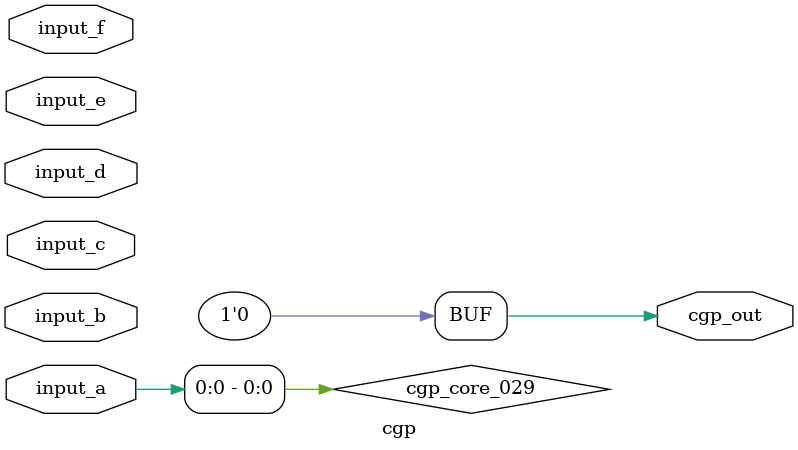
<source format=v>
module cgp(input [2:0] input_a, input [2:0] input_b, input [2:0] input_c, input [2:0] input_d, input [2:0] input_e, input [2:0] input_f, output [0:0] cgp_out);
  wire cgp_core_020;
  wire cgp_core_022;
  wire cgp_core_023;
  wire cgp_core_025;
  wire cgp_core_027;
  wire cgp_core_029;
  wire cgp_core_030;
  wire cgp_core_031;
  wire cgp_core_033;
  wire cgp_core_034;
  wire cgp_core_035;
  wire cgp_core_037;
  wire cgp_core_039;
  wire cgp_core_041;
  wire cgp_core_042;
  wire cgp_core_045;
  wire cgp_core_049;
  wire cgp_core_051;
  wire cgp_core_052;
  wire cgp_core_055;
  wire cgp_core_058_not;
  wire cgp_core_059;
  wire cgp_core_060;
  wire cgp_core_061;
  wire cgp_core_062;
  wire cgp_core_065;
  wire cgp_core_066;
  wire cgp_core_067;
  wire cgp_core_069;
  wire cgp_core_072;
  wire cgp_core_073;
  wire cgp_core_074;
  wire cgp_core_075;
  wire cgp_core_076;
  wire cgp_core_081;
  wire cgp_core_082_not;
  wire cgp_core_083;
  wire cgp_core_084_not;
  wire cgp_core_085_not;
  wire cgp_core_088;
  wire cgp_core_090;
  wire cgp_core_095;

  assign cgp_core_020 = ~(input_a[0] | input_b[0]);
  assign cgp_core_022 = ~(input_b[0] | input_b[0]);
  assign cgp_core_023 = ~input_a[2];
  assign cgp_core_025 = ~input_a[2];
  assign cgp_core_027 = input_d[0] ^ input_c[0];
  assign cgp_core_029 = input_a[0] & input_a[0];
  assign cgp_core_030 = input_d[1] | input_a[1];
  assign cgp_core_031 = ~(input_c[0] ^ input_e[0]);
  assign cgp_core_033 = input_e[2] & input_d[0];
  assign cgp_core_034 = ~(input_c[1] & input_a[0]);
  assign cgp_core_035 = input_d[2] & input_e[2];
  assign cgp_core_037 = ~(cgp_core_034 ^ cgp_core_033);
  assign cgp_core_039 = input_c[2] & input_f[2];
  assign cgp_core_041 = input_d[2] | input_b[2];
  assign cgp_core_042 = input_a[0] & input_b[0];
  assign cgp_core_045 = ~input_a[0];
  assign cgp_core_049 = ~(input_f[1] ^ input_b[1]);
  assign cgp_core_051 = input_e[0] & input_f[2];
  assign cgp_core_052 = ~(input_e[2] | input_e[0]);
  assign cgp_core_055 = ~(cgp_core_052 & input_f[0]);
  assign cgp_core_058_not = ~input_d[0];
  assign cgp_core_059 = ~input_f[1];
  assign cgp_core_060 = cgp_core_058_not ^ input_d[2];
  assign cgp_core_061 = ~(cgp_core_058_not | input_c[0]);
  assign cgp_core_062 = input_a[0] ^ input_a[1];
  assign cgp_core_065 = input_d[2] & input_f[1];
  assign cgp_core_066 = input_c[1] & input_b[0];
  assign cgp_core_067 = input_e[0] | input_b[2];
  assign cgp_core_069 = ~(input_c[1] | input_c[0]);
  assign cgp_core_072 = ~(cgp_core_069 ^ input_e[2]);
  assign cgp_core_073 = ~cgp_core_072;
  assign cgp_core_074 = ~input_e[1];
  assign cgp_core_075 = ~input_f[1];
  assign cgp_core_076 = input_e[2] & input_b[1];
  assign cgp_core_081 = cgp_core_029 & input_e[2];
  assign cgp_core_082_not = ~input_a[2];
  assign cgp_core_083 = ~input_a[0];
  assign cgp_core_084_not = ~input_f[2];
  assign cgp_core_085_not = ~input_b[1];
  assign cgp_core_088 = ~(input_e[1] & input_e[1]);
  assign cgp_core_090 = input_e[2] ^ input_c[1];
  assign cgp_core_095 = input_a[1] | cgp_core_082_not;

  assign cgp_out[0] = 1'b0;
endmodule
</source>
